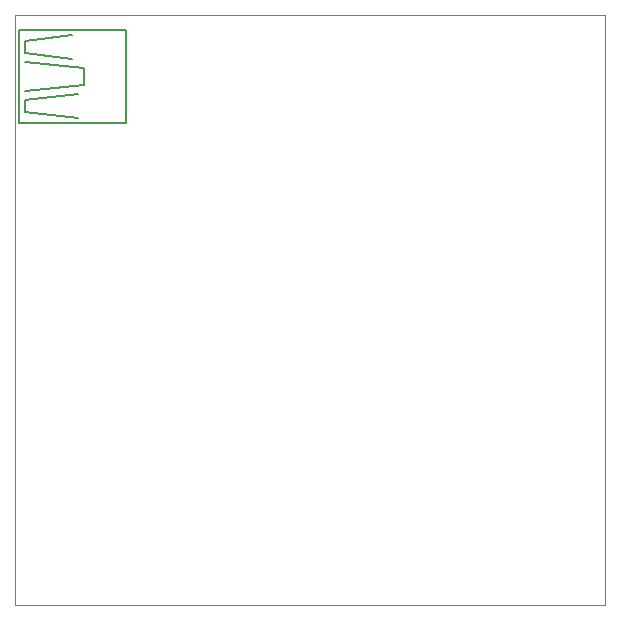
<source format=gbo>
G75*
%MOIN*%
%OFA0B0*%
%FSLAX25Y25*%
%IPPOS*%
%LPD*%
%AMOC8*
5,1,8,0,0,1.08239X$1,22.5*
%
%ADD10C,0.00000*%
%ADD11C,0.00500*%
D10*
X0001800Y0003050D02*
X0001800Y0199900D01*
X0198650Y0199900D01*
X0198650Y0003050D01*
X0001800Y0003050D01*
D11*
X0003286Y0163946D02*
X0038719Y0163946D01*
X0038719Y0194654D01*
X0003286Y0194654D01*
X0003286Y0163946D01*
X0005255Y0167489D02*
X0005255Y0171426D01*
X0022971Y0173394D01*
X0024940Y0176347D02*
X0005255Y0174379D01*
X0005255Y0167489D02*
X0022971Y0165520D01*
X0024940Y0176347D02*
X0024940Y0182253D01*
X0005255Y0184221D01*
X0005255Y0187174D02*
X0021003Y0185206D01*
X0021003Y0193080D02*
X0005255Y0191111D01*
X0005255Y0187174D01*
M02*

</source>
